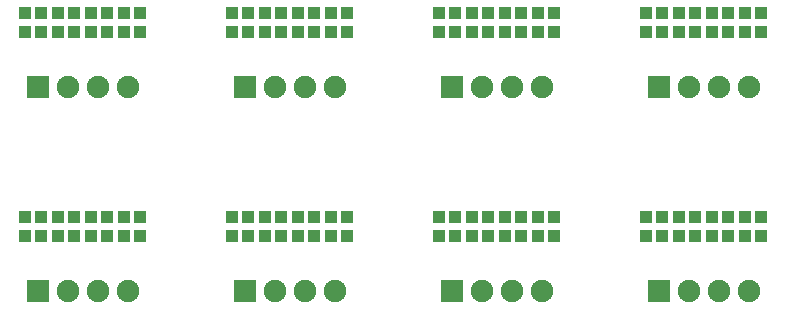
<source format=gts>
G04 #@! TF.FileFunction,Soldermask,Top*
%FSLAX46Y46*%
G04 Gerber Fmt 4.6, Leading zero omitted, Abs format (unit mm)*
G04 Created by KiCad (PCBNEW 4.0.5+dfsg1-4) date Sat May  5 18:48:22 2018*
%MOMM*%
%LPD*%
G01*
G04 APERTURE LIST*
%ADD10C,0.100000*%
%ADD11R,1.900000X1.900000*%
%ADD12O,1.900000X1.900000*%
%ADD13R,1.000000X1.000000*%
G04 APERTURE END LIST*
D10*
D11*
X197104000Y-135382000D03*
D12*
X199644000Y-135382000D03*
X202184000Y-135382000D03*
X204724000Y-135382000D03*
D11*
X179578000Y-135382000D03*
D12*
X182118000Y-135382000D03*
X184658000Y-135382000D03*
X187198000Y-135382000D03*
D11*
X144526000Y-135382000D03*
D12*
X147066000Y-135382000D03*
X149606000Y-135382000D03*
X152146000Y-135382000D03*
D11*
X162052000Y-135382000D03*
D12*
X164592000Y-135382000D03*
X167132000Y-135382000D03*
X169672000Y-135382000D03*
D13*
X184023000Y-129121000D03*
X184023000Y-130721000D03*
X188214000Y-129121000D03*
X188214000Y-130721000D03*
X182626000Y-129121000D03*
X182626000Y-130721000D03*
X185420000Y-129121000D03*
X185420000Y-130721000D03*
X186817000Y-129121000D03*
X186817000Y-130721000D03*
X205740000Y-129121000D03*
X205740000Y-130721000D03*
X204343000Y-129121000D03*
X204343000Y-130721000D03*
X202946000Y-129121000D03*
X202946000Y-130721000D03*
X201549000Y-129121000D03*
X201549000Y-130721000D03*
X200152000Y-129121000D03*
X200152000Y-130721000D03*
X197358000Y-129121000D03*
X197358000Y-130721000D03*
X198755000Y-129121000D03*
X198755000Y-130721000D03*
X195961000Y-129121000D03*
X195961000Y-130721000D03*
X178435000Y-129121000D03*
X178435000Y-130721000D03*
X181229000Y-129121000D03*
X181229000Y-130721000D03*
X179832000Y-129121000D03*
X179832000Y-130721000D03*
X170688000Y-129121000D03*
X170688000Y-130721000D03*
X147574000Y-129121000D03*
X147574000Y-130721000D03*
X153162000Y-129121000D03*
X153162000Y-130721000D03*
X151765000Y-129121000D03*
X151765000Y-130721000D03*
X150368000Y-129121000D03*
X150368000Y-130721000D03*
X148971000Y-129121000D03*
X148971000Y-130721000D03*
X144780000Y-129121000D03*
X144780000Y-130721000D03*
X143383000Y-129121000D03*
X143383000Y-130721000D03*
X146177000Y-129121000D03*
X146177000Y-130721000D03*
X166497000Y-129121000D03*
X166497000Y-130721000D03*
X169291000Y-129121000D03*
X169291000Y-130721000D03*
X167894000Y-129121000D03*
X167894000Y-130721000D03*
X165100000Y-129121000D03*
X165100000Y-130721000D03*
X160909000Y-129121000D03*
X160909000Y-130721000D03*
X162306000Y-129121000D03*
X162306000Y-130721000D03*
X163703000Y-129121000D03*
X163703000Y-130721000D03*
D11*
X179578000Y-118110000D03*
D12*
X182118000Y-118110000D03*
X184658000Y-118110000D03*
X187198000Y-118110000D03*
D11*
X197104000Y-118110000D03*
D12*
X199644000Y-118110000D03*
X202184000Y-118110000D03*
X204724000Y-118110000D03*
D13*
X195961000Y-111849000D03*
X195961000Y-113449000D03*
X197358000Y-111849000D03*
X197358000Y-113449000D03*
X198755000Y-111849000D03*
X198755000Y-113449000D03*
X188214000Y-111849000D03*
X188214000Y-113449000D03*
X185420000Y-111849000D03*
X185420000Y-113449000D03*
X186817000Y-111849000D03*
X186817000Y-113449000D03*
X184023000Y-111849000D03*
X184023000Y-113449000D03*
X182626000Y-111849000D03*
X182626000Y-113449000D03*
X181229000Y-111849000D03*
X181229000Y-113449000D03*
X178435000Y-111849000D03*
X178435000Y-113449000D03*
X179832000Y-111849000D03*
X179832000Y-113449000D03*
X204343000Y-111849000D03*
X204343000Y-113449000D03*
X205740000Y-111849000D03*
X205740000Y-113449000D03*
X201549000Y-111849000D03*
X201549000Y-113449000D03*
X200152000Y-111849000D03*
X200152000Y-113449000D03*
X202946000Y-111849000D03*
X202946000Y-113449000D03*
D11*
X162052000Y-118110000D03*
D12*
X164592000Y-118110000D03*
X167132000Y-118110000D03*
X169672000Y-118110000D03*
D13*
X162306000Y-111849000D03*
X162306000Y-113449000D03*
X160909000Y-111849000D03*
X160909000Y-113449000D03*
X163703000Y-111849000D03*
X163703000Y-113449000D03*
X170688000Y-111849000D03*
X170688000Y-113449000D03*
X166497000Y-111849000D03*
X166497000Y-113449000D03*
X167894000Y-111849000D03*
X167894000Y-113449000D03*
X169291000Y-111849000D03*
X169291000Y-113449000D03*
X165100000Y-111849000D03*
X165100000Y-113449000D03*
X143383000Y-111849000D03*
X143383000Y-113449000D03*
X144780000Y-111849000D03*
X144780000Y-113449000D03*
X146177000Y-111849000D03*
X146177000Y-113449000D03*
X147574000Y-111849000D03*
X147574000Y-113449000D03*
X148971000Y-111849000D03*
X148971000Y-113449000D03*
X150368000Y-111849000D03*
X150368000Y-113449000D03*
X151765000Y-111849000D03*
X151765000Y-113449000D03*
X153162000Y-111849000D03*
X153162000Y-113449000D03*
D11*
X144526000Y-118110000D03*
D12*
X147066000Y-118110000D03*
X149606000Y-118110000D03*
X152146000Y-118110000D03*
M02*

</source>
